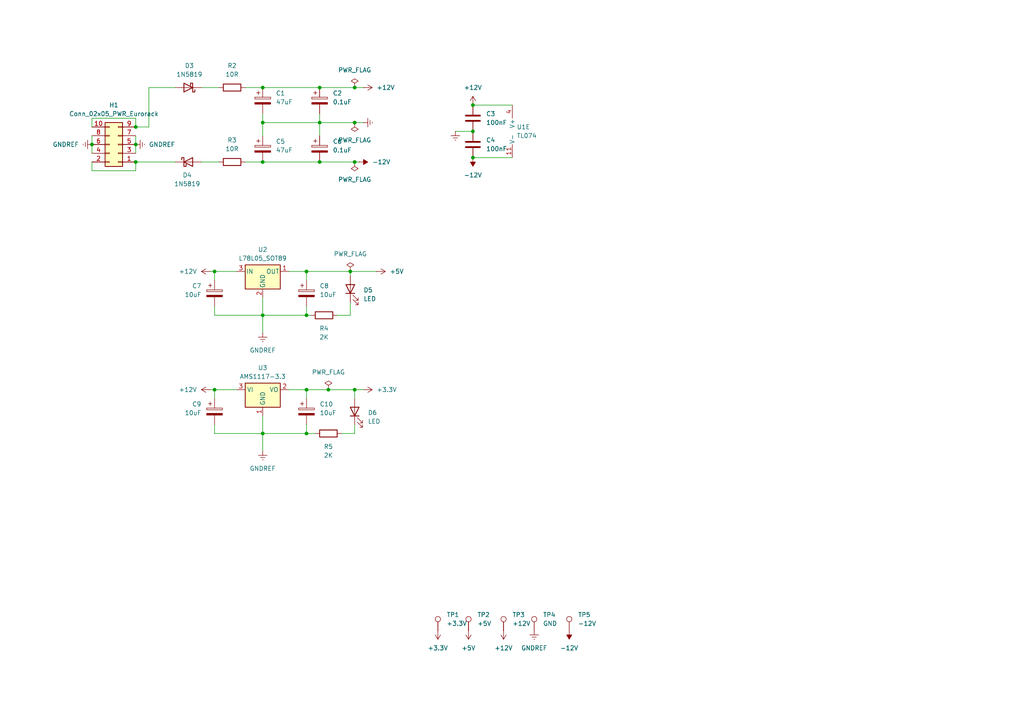
<source format=kicad_sch>
(kicad_sch (version 20231120) (generator "eeschema") (generator_version "8.0")
  (paper "A4")
  (lib_symbols
    (symbol "Amplifier_Operational:TL074" (pin_names (offset 0.127))
      (property "Reference" "U" (at 0 5.08 0))
      (property "Value" "TL074" (at 0 -5.08 0))
      (symbol "TL074_1_1"
        (polyline (pts (xy -5.08 5.08) (xy 5.08 0) (xy -5.08 -5.08) (xy -5.08 5.08)) (stroke (width 0.254)) (fill (type background)))
        (pin output line (at 7.62 0 180) (length 2.54) (name "~") (number "1"))
        (pin input line (at -7.62 -2.54 0) (length 2.54) (name "-") (number "2"))
        (pin input line (at -7.62 2.54 0) (length 2.54) (name "+") (number "3"))
      )
      (symbol "TL074_2_1"
        (polyline (pts (xy -5.08 5.08) (xy 5.08 0) (xy -5.08 -5.08) (xy -5.08 5.08)) (stroke (width 0.254)) (fill (type background)))
        (pin input line (at -7.62 2.54 0) (length 2.54) (name "+") (number "5"))
        (pin input line (at -7.62 -2.54 0) (length 2.54) (name "-") (number "6"))
        (pin output line (at 7.62 0 180) (length 2.54) (name "~") (number "7"))
      )
      (symbol "TL074_3_1"
        (polyline (pts (xy -5.08 5.08) (xy 5.08 0) (xy -5.08 -5.08) (xy -5.08 5.08)) (stroke (width 0.254)) (fill (type background)))
        (pin input line (at -7.62 2.54 0) (length 2.54) (name "+") (number "10"))
        (pin output line (at 7.62 0 180) (length 2.54) (name "~") (number "8"))
        (pin input line (at -7.62 -2.54 0) (length 2.54) (name "-") (number "9"))
      )
      (symbol "TL074_4_1"
        (polyline (pts (xy -5.08 5.08) (xy 5.08 0) (xy -5.08 -5.08) (xy -5.08 5.08)) (stroke (width 0.254)) (fill (type background)))
        (pin input line (at -7.62 2.54 0) (length 2.54) (name "+") (number "12"))
        (pin input line (at -7.62 -2.54 0) (length 2.54) (name "-") (number "13"))
        (pin output line (at 7.62 0 180) (length 2.54) (name "~") (number "14"))
      )
      (symbol "TL074_5_1"
        (pin power_in line (at -2.54 -7.62 90) (length 3.81) (name "V-") (number "11"))
        (pin power_in line (at -2.54 7.62 270) (length 3.81) (name "V+") (number "4"))
      )
    )
    (symbol "Connector:TestPoint" (pin_numbers hide) (pin_names (offset 0.762) hide)
      (property "Reference" "TP" (at 0 6.858 0))
      (property "Value" "TestPoint" (at 0 5.08 0))
      (symbol "TestPoint_0_1"
        (circle (center 0 3.302) (radius 0.762))
      )
      (symbol "TestPoint_1_1"
        (pin passive line (at 0 0 90) (length 2.54) (name "1") (number "1"))
      )
    )
    (symbol "Device:C" (pin_numbers hide) (pin_names (offset 0.254))
      (property "Reference" "C" (at 0.635 2.54 0))
      (property "Value" "C" (at 0.635 -2.54 0))
      (symbol "C_0_1"
        (polyline (pts (xy -2.032 -0.762) (xy 2.032 -0.762)) (stroke (width 0.508)))
        (polyline (pts (xy -2.032 0.762) (xy 2.032 0.762)) (stroke (width 0.508)))
      )
      (symbol "C_1_1"
        (pin passive line (at 0 3.81 270) (length 2.794) (name "~") (number "1"))
        (pin passive line (at 0 -3.81 90) (length 2.794) (name "~") (number "2"))
      )
    )
    (symbol "Device:C_Polarized" (pin_numbers hide) (pin_names (offset 0.254))
      (property "Reference" "C" (at 0.635 2.54 0))
      (property "Value" "C_Polarized" (at 0.635 -2.54 0))
      (symbol "C_Polarized_0_1"
        (rectangle (start -2.286 0.508) (end 2.286 1.016))
        (polyline (pts (xy -1.778 2.286) (xy -0.762 2.286)))
        (polyline (pts (xy -1.27 2.794) (xy -1.27 1.778)))
        (rectangle (start 2.286 -0.508) (end -2.286 -1.016) (fill (type outline)))
      )
      (symbol "C_Polarized_1_1"
        (pin passive line (at 0 3.81 270) (length 2.794) (name "~") (number "1"))
        (pin passive line (at 0 -3.81 90) (length 2.794) (name "~") (number "2"))
      )
    )
    (symbol "Device:LED" (pin_numbers hide) (pin_names (offset 1.016) hide)
      (property "Reference" "D" (at 0 2.54 0))
      (property "Value" "LED" (at 0 -2.54 0))
      (symbol "LED_0_1"
        (polyline (pts (xy -1.27 -1.27) (xy -1.27 1.27)) (stroke (width 0.254)))
        (polyline (pts (xy -1.27 0) (xy 1.27 0)))
        (polyline (pts (xy 1.27 -1.27) (xy 1.27 1.27) (xy -1.27 0) (xy 1.27 -1.27)) (stroke (width 0.254)))
        (polyline (pts (xy -3.048 -0.762) (xy -4.572 -2.286) (xy -3.81 -2.286) (xy -4.572 -2.286) (xy -4.572 -1.524)))
        (polyline (pts (xy -1.778 -0.762) (xy -3.302 -2.286) (xy -2.54 -2.286) (xy -3.302 -2.286) (xy -3.302 -1.524)))
      )
      (symbol "LED_1_1"
        (pin passive line (at -3.81 0 0) (length 2.54) (name "K") (number "1"))
        (pin passive line (at 3.81 0 180) (length 2.54) (name "A") (number "2"))
      )
    )
    (symbol "Device:R" (pin_numbers hide) (pin_names (offset 0))
      (property "Reference" "R" (at 2.032 0 90))
      (property "Value" "R" (at 0 0 90))
      (symbol "R_0_1"
        (rectangle (start -1.016 -2.54) (end 1.016 2.54) (stroke (width 0.254)))
      )
      (symbol "R_1_1"
        (pin passive line (at 0 3.81 270) (length 1.27) (name "~") (number "1"))
        (pin passive line (at 0 -3.81 90) (length 1.27) (name "~") (number "2"))
      )
    )
    (symbol "Diode:1N5817" (pin_numbers hide) (pin_names (offset 1.016) hide)
      (property "Reference" "D" (at 0 2.54 0))
      (property "Value" "1N5817" (at 0 -2.54 0))
      (symbol "1N5817_0_1"
        (polyline (pts (xy 1.27 0) (xy -1.27 0)))
        (polyline (pts (xy 1.27 1.27) (xy 1.27 -1.27) (xy -1.27 0) (xy 1.27 1.27)) (stroke (width 0.254)))
        (polyline (pts (xy -1.905 0.635) (xy -1.905 1.27) (xy -1.27 1.27) (xy -1.27 -1.27) (xy -0.635 -1.27) (xy -0.635 -0.635)) (stroke (width 0.254)))
      )
      (symbol "1N5817_1_1"
        (pin passive line (at -3.81 0 0) (length 2.54) (name "K") (number "1"))
        (pin passive line (at 3.81 0 180) (length 2.54) (name "A") (number "2"))
      )
    )
    (symbol "Regulator_Linear:AMS1117-3.3"
      (property "Reference" "U" (at -3.81 3.175 0))
      (property "Value" "AMS1117-3.3" (at 0 3.175 0))
      (symbol "AMS1117-3.3_0_1"
        (rectangle (start -5.08 -5.08) (end 5.08 1.905) (stroke (width 0.254)) (fill (type background)))
      )
      (symbol "AMS1117-3.3_1_1"
        (pin power_in line (at 0 -7.62 90) (length 2.54) (name "GND") (number "1"))
        (pin power_out line (at 7.62 0 180) (length 2.54) (name "VO") (number "2"))
        (pin power_in line (at -7.62 0 0) (length 2.54) (name "VI") (number "3"))
      )
    )
    (symbol "Regulator_Linear:L78L05_SOT89" (pin_names (offset 0.254))
      (property "Reference" "U" (at -3.81 3.175 0))
      (property "Value" "L78L05_SOT89" (at -0.635 3.175 0))
      (symbol "L78L05_SOT89_0_1"
        (rectangle (start -5.08 1.905) (end 5.08 -5.08) (stroke (width 0.254)) (fill (type background)))
      )
      (symbol "L78L05_SOT89_1_1"
        (pin power_out line (at 7.62 0 180) (length 2.54) (name "OUT") (number "1"))
        (pin power_in line (at 0 -7.62 90) (length 2.54) (name "GND") (number "2"))
        (pin power_in line (at -7.62 0 0) (length 2.54) (name "IN") (number "3"))
      )
    )
    (symbol "power:+12V" (power) (pin_numbers hide) (pin_names (offset 0) hide)
      (property "Value" "+12V" (at 0 3.556 0))
      (symbol "+12V_0_1"
        (polyline (pts (xy -0.762 1.27) (xy 0 2.54)))
        (polyline (pts (xy 0 0) (xy 0 2.54)))
        (polyline (pts (xy 0 2.54) (xy 0.762 1.27)))
      )
      (symbol "+12V_1_1"
        (pin power_in line (at 0 0 90) (length 0) (name "~") (number "1"))
      )
    )
    (symbol "power:+3.3V" (power) (pin_numbers hide) (pin_names (offset 0) hide)
      (property "Value" "+3.3V" (at 0 3.556 0))
      (symbol "+3.3V_0_1"
        (polyline (pts (xy -0.762 1.27) (xy 0 2.54)))
        (polyline (pts (xy 0 0) (xy 0 2.54)))
        (polyline (pts (xy 0 2.54) (xy 0.762 1.27)))
      )
      (symbol "+3.3V_1_1"
        (pin power_in line (at 0 0 90) (length 0) (name "~") (number "1"))
      )
    )
    (symbol "power:+5V" (power) (pin_numbers hide) (pin_names (offset 0) hide)
      (property "Value" "+5V" (at 0 3.556 0))
      (symbol "+5V_0_1"
        (polyline (pts (xy -0.762 1.27) (xy 0 2.54)))
        (polyline (pts (xy 0 0) (xy 0 2.54)))
        (polyline (pts (xy 0 2.54) (xy 0.762 1.27)))
      )
      (symbol "+5V_1_1"
        (pin power_in line (at 0 0 90) (length 0) (name "~") (number "1"))
      )
    )
    (symbol "power:-12V" (power) (pin_numbers hide) (pin_names (offset 0) hide)
      (property "Value" "-12V" (at 0 3.556 0))
      (symbol "-12V_0_0"
        (pin power_in line (at 0 0 90) (length 0) (name "~") (number "1"))
      )
      (symbol "-12V_0_1"
        (polyline (pts (xy 0 0) (xy 0 1.27) (xy 0.762 1.27) (xy 0 2.54) (xy -0.762 1.27) (xy 0 1.27)) (fill (type outline)))
      )
    )
    (symbol "power:GNDREF" (power) (pin_numbers hide) (pin_names (offset 0) hide)
      (property "Value" "GNDREF" (at 0 -3.81 0))
      (symbol "GNDREF_0_1"
        (polyline (pts (xy -0.635 -1.905) (xy 0.635 -1.905)))
        (polyline (pts (xy -0.127 -2.54) (xy 0.127 -2.54)))
        (polyline (pts (xy 0 -1.27) (xy 0 0)))
        (polyline (pts (xy 1.27 -1.27) (xy -1.27 -1.27)))
      )
      (symbol "GNDREF_1_1"
        (pin power_in line (at 0 0 270) (length 0) (name "~") (number "1"))
      )
    )
    (symbol "power:PWR_FLAG" (power) (pin_numbers hide) (pin_names (offset 0) hide)
      (property "Value" "PWR_FLAG" (at 0 3.81 0))
      (symbol "PWR_FLAG_0_0"
        (pin power_out line (at 0 0 90) (length 0) (name "~") (number "1"))
      )
      (symbol "PWR_FLAG_0_1"
        (polyline (pts (xy 0 0) (xy 0 1.27) (xy -1.016 1.905) (xy 0 2.54) (xy 1.016 1.905) (xy 0 1.27)))
      )
    )
    (symbol "synth:Conn_02x05_EuroRack_Power" (pin_names (offset 1.016) hide)
      (property "Reference" "H13" (at 0 -11.43 0))
      (property "Value" "Conn_02x05_PWR_Eurorack" (at 0 -8.89 0))
      (symbol "Conn_02x05_EuroRack_Power_1_1"
        (rectangle (start -2.54 -4.953) (end -1.27 -5.207) (stroke (width 0.1524)))
        (rectangle (start -2.54 -2.413) (end -1.27 -2.667) (stroke (width 0.1524)))
        (rectangle (start -2.54 0.127) (end -1.27 -0.127) (stroke (width 0.1524)))
        (rectangle (start -2.54 2.667) (end -1.27 2.413) (stroke (width 0.1524)))
        (rectangle (start -2.54 5.207) (end -1.27 4.953) (stroke (width 0.1524)))
        (rectangle (start -2.54 6.35) (end 2.54 -6.35) (stroke (width 0.254)) (fill (type background)))
        (rectangle (start 2.54 -4.953) (end 1.27 -5.207) (stroke (width 0.1524)))
        (rectangle (start 2.54 -2.413) (end 1.27 -2.667) (stroke (width 0.1524)))
        (rectangle (start 2.54 0.127) (end 1.27 -0.127) (stroke (width 0.1524)))
        (rectangle (start 2.54 2.667) (end 1.27 2.413) (stroke (width 0.1524)))
        (rectangle (start 2.54 5.207) (end 1.27 4.953) (stroke (width 0.1524)))
        (pin passive line (at -6.35 5.08 0) (length 3.81) (name "Pin_1") (number "1"))
        (pin passive line (at 6.35 -5.08 180) (length 3.81) (name "Pin_10") (number "10"))
        (pin passive line (at 6.35 5.08 180) (length 3.81) (name "Pin_2") (number "2"))
        (pin passive line (at -6.35 2.54 0) (length 3.81) (name "Pin_3") (number "3"))
        (pin passive line (at 6.35 2.54 180) (length 3.81) (name "Pin_4") (number "4"))
        (pin passive line (at -6.35 0 0) (length 3.81) (name "Pin_5") (number "5"))
        (pin passive line (at 6.35 0 180) (length 3.81) (name "Pin_6") (number "6"))
        (pin passive line (at -6.35 -2.54 0) (length 3.81) (name "Pin_7") (number "7"))
        (pin passive line (at 6.35 -2.54 180) (length 3.81) (name "Pin_8") (number "8"))
        (pin passive line (at -6.35 -5.08 0) (length 3.81) (name "Pin_9") (number "9"))
      )
    )
  )
  (junction (at 76.2 35.56))
  (junction (at 39.37 36.83))
  (junction (at 88.9 113.03))
  (junction (at 76.2 25.4))
  (junction (at 39.37 46.99))
  (junction (at 137.16 45.72))
  (junction (at 137.16 30.48))
  (junction (at 101.6 78.74))
  (junction (at 62.23 78.74))
  (junction (at 137.16 38.1))
  (junction (at 26.67 41.91))
  (junction (at 102.87 35.56))
  (junction (at 62.23 113.03))
  (junction (at 76.2 91.44))
  (junction (at 76.2 46.99))
  (junction (at 76.2 125.73))
  (junction (at 88.9 78.74))
  (junction (at 102.87 46.99))
  (junction (at 39.37 41.91))
  (junction (at 92.71 46.99))
  (junction (at 88.9 125.73))
  (junction (at 88.9 91.44))
  (junction (at 92.71 25.4))
  (junction (at 102.87 113.03))
  (junction (at 95.25 113.03))
  (junction (at 102.87 25.4))
  (junction (at 92.71 35.56))
  (wire (pts (xy 92.71 35.56) (xy 102.87 35.56)))
  (wire (pts (xy 43.18 25.4) (xy 43.18 36.83)))
  (wire (pts (xy 92.71 33.02) (xy 92.71 35.56)))
  (wire (pts (xy 92.71 46.99) (xy 102.87 46.99)))
  (wire (pts (xy 43.18 25.4) (xy 50.8 25.4)))
  (wire (pts (xy 102.87 35.56) (xy 105.41 35.56)))
  (wire (pts (xy 39.37 36.83) (xy 43.18 36.83)))
  (wire (pts (xy 95.25 113.03) (xy 102.87 113.03)))
  (wire (pts (xy 88.9 88.9) (xy 88.9 91.44)))
  (wire (pts (xy 26.67 41.91) (xy 26.67 44.45)))
  (wire (pts (xy 62.23 91.44) (xy 62.23 88.9)))
  (wire (pts (xy 92.71 25.4) (xy 102.87 25.4)))
  (wire (pts (xy 62.23 78.74) (xy 68.58 78.74)))
  (wire (pts (xy 62.23 115.57) (xy 62.23 113.03)))
  (wire (pts (xy 76.2 120.65) (xy 76.2 125.73)))
  (wire (pts (xy 137.16 45.72) (xy 148.59 45.72)))
  (wire (pts (xy 102.87 125.73) (xy 99.06 125.73)))
  (wire (pts (xy 26.67 34.29) (xy 26.67 36.83)))
  (wire (pts (xy 39.37 36.83) (xy 39.37 34.29)))
  (wire (pts (xy 39.37 41.91) (xy 39.37 44.45)))
  (wire (pts (xy 76.2 130.81) (xy 76.2 125.73)))
  (wire (pts (xy 76.2 33.02) (xy 76.2 35.56)))
  (wire (pts (xy 88.9 78.74) (xy 101.6 78.74)))
  (wire (pts (xy 76.2 35.56) (xy 92.71 35.56)))
  (wire (pts (xy 76.2 46.99) (xy 92.71 46.99)))
  (wire (pts (xy 58.42 46.99) (xy 63.5 46.99)))
  (wire (pts (xy 95.25 113.03) (xy 88.9 113.03)))
  (wire (pts (xy 102.87 123.19) (xy 102.87 125.73)))
  (wire (pts (xy 71.12 25.4) (xy 76.2 25.4)))
  (wire (pts (xy 105.41 113.03) (xy 102.87 113.03)))
  (wire (pts (xy 137.16 30.48) (xy 148.59 30.48)))
  (wire (pts (xy 39.37 46.99) (xy 50.8 46.99)))
  (wire (pts (xy 88.9 123.19) (xy 88.9 125.73)))
  (wire (pts (xy 88.9 78.74) (xy 83.82 78.74)))
  (wire (pts (xy 26.67 39.37) (xy 26.67 41.91)))
  (wire (pts (xy 62.23 91.44) (xy 76.2 91.44)))
  (wire (pts (xy 101.6 78.74) (xy 109.22 78.74)))
  (wire (pts (xy 88.9 115.57) (xy 88.9 113.03)))
  (wire (pts (xy 58.42 25.4) (xy 63.5 25.4)))
  (wire (pts (xy 76.2 25.4) (xy 92.71 25.4)))
  (wire (pts (xy 102.87 115.57) (xy 102.87 113.03)))
  (wire (pts (xy 76.2 91.44) (xy 88.9 91.44)))
  (wire (pts (xy 62.23 125.73) (xy 76.2 125.73)))
  (wire (pts (xy 88.9 81.28) (xy 88.9 78.74)))
  (wire (pts (xy 62.23 113.03) (xy 68.58 113.03)))
  (wire (pts (xy 39.37 34.29) (xy 26.67 34.29)))
  (wire (pts (xy 39.37 49.53) (xy 39.37 46.99)))
  (wire (pts (xy 102.87 46.99) (xy 104.14 46.99)))
  (wire (pts (xy 76.2 96.52) (xy 76.2 91.44)))
  (wire (pts (xy 88.9 113.03) (xy 83.82 113.03)))
  (wire (pts (xy 60.96 113.03) (xy 62.23 113.03)))
  (wire (pts (xy 101.6 80.01) (xy 101.6 78.74)))
  (wire (pts (xy 26.67 46.99) (xy 26.67 49.53)))
  (wire (pts (xy 39.37 39.37) (xy 39.37 41.91)))
  (wire (pts (xy 62.23 125.73) (xy 62.23 123.19)))
  (wire (pts (xy 92.71 35.56) (xy 92.71 39.37)))
  (wire (pts (xy 26.67 49.53) (xy 39.37 49.53)))
  (wire (pts (xy 88.9 125.73) (xy 91.44 125.73)))
  (wire (pts (xy 101.6 87.63) (xy 101.6 91.44)))
  (wire (pts (xy 76.2 125.73) (xy 88.9 125.73)))
  (wire (pts (xy 71.12 46.99) (xy 76.2 46.99)))
  (wire (pts (xy 132.08 38.1) (xy 137.16 38.1)))
  (wire (pts (xy 60.96 78.74) (xy 62.23 78.74)))
  (wire (pts (xy 62.23 81.28) (xy 62.23 78.74)))
  (wire (pts (xy 101.6 91.44) (xy 97.79 91.44)))
  (wire (pts (xy 76.2 35.56) (xy 76.2 39.37)))
  (wire (pts (xy 90.17 91.44) (xy 88.9 91.44)))
  (wire (pts (xy 76.2 86.36) (xy 76.2 91.44)))
  (wire (pts (xy 102.87 25.4) (xy 105.41 25.4)))
  (symbol (lib_id "power:PWR_FLAG") (at 102.87 25.4 0) (unit 1)
    (property "Reference" "#FLG01" (effects (hide yes)))
    (property "Value" "PWR_FLAG" (at 102.87 20.32 0))
    (property "Description" "Special symbol for telling ERC where power comes from" (effects (hide yes)))
  )
  (symbol (lib_id "Device:LED") (at 102.87 119.38 90) (unit 1)
    (property "Reference" "D6" (at 106.68 119.6974 90) (effects (justify right)))
    (property "Value" "LED" (at 106.68 122.2374 90) (effects (justify right)))
    (property "Footprint" "LED_SMD:LED_0805_2012Metric_Pad1.15x1.40mm_HandSolder" (effects (hide yes)))
    (property "Description" "Light emitting diode" (effects (hide yes)))
  )
  (symbol (lib_id "power:GNDREF") (at 76.2 130.81 0) (unit 1)
    (property "Reference" "#PWR028" (effects (hide yes)))
    (property "Value" "GNDREF" (at 76.2 135.89 0))
    (property "Description" "Power symbol creates a global label with name \"GNDREF\" , reference supply ground" (effects (hide yes)))
  )
  (symbol (lib_id "power:PWR_FLAG") (at 101.6 78.74 0) (unit 1)
    (property "Reference" "#FLG04" (effects (hide yes)))
    (property "Value" "PWR_FLAG" (at 101.6 73.66 0))
    (property "Description" "Special symbol for telling ERC where power comes from" (effects (hide yes)))
  )
  (symbol (lib_id "power:PWR_FLAG") (at 102.87 35.56 180) (unit 1)
    (property "Reference" "#FLG02" (effects (hide yes)))
    (property "Value" "PWR_FLAG" (at 102.87 40.64 0))
    (property "Description" "Special symbol for telling ERC where power comes from" (effects (hide yes)))
  )
  (symbol (lib_id "Device:C_Polarized") (at 62.23 85.09 0) (unit 1)
    (property "Reference" "C7" (at 58.42 82.9309 0) (effects (justify right)))
    (property "Value" "10uF" (at 58.42 85.4709 0) (effects (justify right)))
    (property "Footprint" "Capacitor_THT:CP_Radial_D4.0mm_P2.00mm" (effects (hide yes)))
    (property "Description" "Polarized capacitor" (effects (hide yes)))
  )
  (symbol (lib_id "power:GNDREF") (at 105.41 35.56 90) (unit 1)
    (property "Reference" "#PWR017" (effects (hide yes)))
    (property "Value" "GNDREF" (effects (hide yes)))
    (property "Description" "Power symbol creates a global label with name \"GNDREF\" , reference supply ground" (effects (hide yes)))
  )
  (symbol (lib_id "Connector:TestPoint") (at 165.1 182.88 0) (unit 1) (exclude_from_sim yes) (in_bom no)
    (property "Reference" "TP5" (at 167.64 178.3079 0) (effects (justify left)))
    (property "Value" "-12V" (at 167.64 180.8479 0) (effects (justify left)))
    (property "Footprint" "Connector_Pin:Pin_D1.0mm_L10.0mm" (effects (hide yes)))
    (property "Description" "test point" (effects (hide yes)))
  )
  (symbol (lib_id "power:+12V") (at 60.96 113.03 90) (unit 1)
    (property "Reference" "#PWR026" (effects (hide yes)))
    (property "Value" "+12V" (at 57.15 113.0299 90) (effects (justify left)))
    (property "Description" "Power symbol creates a global label with name \"+12V\"" (effects (hide yes)))
  )
  (symbol (lib_id "Device:C_Polarized") (at 88.9 85.09 0) (unit 1)
    (property "Reference" "C8" (at 92.71 82.9309 0) (effects (justify left)))
    (property "Value" "10uF" (at 92.71 85.4709 0) (effects (justify left)))
    (property "Footprint" "Capacitor_THT:CP_Radial_D4.0mm_P2.00mm" (effects (hide yes)))
    (property "Description" "Polarized capacitor" (effects (hide yes)))
  )
  (symbol (lib_id "Device:C_Polarized") (at 92.71 29.21 0) (unit 1)
    (property "Reference" "C2" (at 96.52 27.0509 0) (effects (justify left)))
    (property "Value" "0.1uF" (at 96.52 29.5909 0) (effects (justify left)))
    (property "Footprint" "Capacitor_THT:CP_Radial_D4.0mm_P2.00mm" (effects (hide yes)))
    (property "Description" "Polarized capacitor" (effects (hide yes)))
  )
  (symbol (lib_id "Device:R") (at 67.31 46.99 90) (unit 1)
    (property "Reference" "R3" (at 67.31 40.64 90))
    (property "Value" "10R" (at 67.31 43.18 90))
    (property "Footprint" "Resistor_SMD:R_0805_2012Metric_Pad1.20x1.40mm_HandSolder" (effects (hide yes)))
    (property "Description" "Resistor" (effects (hide yes)))
  )
  (symbol (lib_id "Device:R") (at 93.98 91.44 90) (unit 1)
    (property "Reference" "R4" (at 93.98 95.25 90))
    (property "Value" "2K" (at 93.98 97.79 90))
    (property "Footprint" "Resistor_SMD:R_0805_2012Metric_Pad1.20x1.40mm_HandSolder" (effects (hide yes)))
    (property "Description" "Resistor" (effects (hide yes)))
  )
  (symbol (lib_id "power:-12V") (at 165.1 182.88 180) (unit 1)
    (property "Reference" "#PWR033" (effects (hide yes)))
    (property "Value" "-12V" (at 165.1 187.96 0))
    (property "Description" "Power symbol creates a global label with name \"-12V\"" (effects (hide yes)))
  )
  (symbol (lib_id "Device:C_Polarized") (at 62.23 119.38 0) (unit 1)
    (property "Reference" "C9" (at 58.42 117.2209 0) (effects (justify right)))
    (property "Value" "10uF" (at 58.42 119.7609 0) (effects (justify right)))
    (property "Footprint" "Capacitor_THT:CP_Radial_D4.0mm_P2.00mm" (effects (hide yes)))
    (property "Description" "Polarized capacitor" (effects (hide yes)))
  )
  (symbol (lib_id "Connector:TestPoint") (at 154.94 182.88 0) (unit 1) (exclude_from_sim yes) (in_bom no)
    (property "Reference" "TP4" (at 157.48 178.3079 0) (effects (justify left)))
    (property "Value" "GND" (at 157.48 180.8479 0) (effects (justify left)))
    (property "Footprint" "Connector_Pin:Pin_D1.0mm_L10.0mm" (effects (hide yes)))
    (property "Description" "test point" (effects (hide yes)))
  )
  (symbol (lib_id "Connector:TestPoint") (at 135.89 182.88 0) (unit 1) (exclude_from_sim yes) (in_bom no)
    (property "Reference" "TP2" (at 138.43 178.3079 0) (effects (justify left)))
    (property "Value" "+5V" (at 138.43 180.8479 0) (effects (justify left)))
    (property "Footprint" "Connector_Pin:Pin_D1.0mm_L10.0mm" (effects (hide yes)))
    (property "Description" "test point" (effects (hide yes)))
  )
  (symbol (lib_id "Device:R") (at 95.25 125.73 90) (unit 1)
    (property "Reference" "R5" (at 95.25 129.54 90))
    (property "Value" "2K" (at 95.25 132.08 90))
    (property "Footprint" "Resistor_SMD:R_0805_2012Metric_Pad1.20x1.40mm_HandSolder" (effects (hide yes)))
    (property "Description" "Resistor" (effects (hide yes)))
  )
  (symbol (lib_id "power:GNDREF") (at 39.37 41.91 90) (unit 1)
    (property "Reference" "#PWR020" (effects (hide yes)))
    (property "Value" "GNDREF" (at 43.18 41.9099 90) (effects (justify right)))
    (property "Description" "Power symbol creates a global label with name \"GNDREF\" , reference supply ground" (effects (hide yes)))
  )
  (symbol (lib_id "power:GNDREF") (at 76.2 96.52 0) (unit 1)
    (property "Reference" "#PWR025" (effects (hide yes)))
    (property "Value" "GNDREF" (at 76.2 101.6 0))
    (property "Description" "Power symbol creates a global label with name \"GNDREF\" , reference supply ground" (effects (hide yes)))
  )
  (symbol (lib_id "Device:C_Polarized") (at 92.71 43.18 0) (unit 1)
    (property "Reference" "C6" (at 96.52 41.0209 0) (effects (justify left)))
    (property "Value" "0.1uF" (at 96.52 43.5609 0) (effects (justify left)))
    (property "Footprint" "Capacitor_THT:CP_Radial_D4.0mm_P2.00mm" (effects (hide yes)))
    (property "Description" "Polarized capacitor" (effects (hide yes)))
  )
  (symbol (lib_id "Diode:1N5817") (at 54.61 46.99 0) (unit 1)
    (property "Reference" "D4" (at 54.2925 50.8 0))
    (property "Value" "1N5819" (at 54.2925 53.34 0))
    (property "Footprint" "Diode_SMD:D_SOD-123" (effects (hide yes)))
    (property "Datasheet" "http://www.vishay.com/docs/88525/1n5817.pdf" (effects (hide yes)))
    (property "Description" "20V 1A Schottky Barrier Rectifier Diode, DO-41" (effects (hide yes)))
  )
  (symbol (lib_id "power:GNDREF") (at 26.67 41.91 270) (unit 1)
    (property "Reference" "#PWR019" (effects (hide yes)))
    (property "Value" "GNDREF" (at 22.86 41.9099 90) (effects (justify right)))
    (property "Description" "Power symbol creates a global label with name \"GNDREF\" , reference supply ground" (effects (hide yes)))
  )
  (symbol (lib_id "power:+12V") (at 105.41 25.4 270) (unit 1)
    (property "Reference" "#PWR015" (effects (hide yes)))
    (property "Value" "+12V" (at 109.22 25.3999 90) (effects (justify left)))
    (property "Description" "Power symbol creates a global label with name \"+12V\"" (effects (hide yes)))
  )
  (symbol (lib_id "power:-12V") (at 104.14 46.99 270) (unit 1)
    (property "Reference" "#PWR022" (effects (hide yes)))
    (property "Value" "-12V" (at 107.95 46.9899 90) (effects (justify left)))
    (property "Description" "Power symbol creates a global label with name \"-12V\"" (effects (hide yes)))
  )
  (symbol (lib_id "Connector:TestPoint") (at 146.05 182.88 0) (unit 1) (exclude_from_sim yes) (in_bom no)
    (property "Reference" "TP3" (at 148.59 178.3079 0) (effects (justify left)))
    (property "Value" "+12V" (at 148.59 180.8479 0) (effects (justify left)))
    (property "Footprint" "Connector_Pin:Pin_D1.0mm_L10.0mm" (effects (hide yes)))
    (property "Description" "test point" (effects (hide yes)))
  )
  (symbol (lib_id "power:-12V") (at 137.16 45.72 180) (unit 1)
    (property "Reference" "#PWR021" (effects (hide yes)))
    (property "Value" "-12V" (at 137.16 50.8 0))
    (property "Description" "Power symbol creates a global label with name \"-12V\"" (effects (hide yes)))
  )
  (symbol (lib_id "Device:C") (at 137.16 34.29 0) (unit 1)
    (property "Reference" "C3" (at 140.97 33.0199 0) (effects (justify left)))
    (property "Value" "100nF" (at 140.97 35.5599 0) (effects (justify left)))
    (property "Footprint" "Capacitor_SMD:C_0805_2012Metric_Pad1.18x1.45mm_HandSolder" (effects (hide yes)))
    (property "Description" "Unpolarized capacitor" (effects (hide yes)))
  )
  (symbol (lib_id "Device:C") (at 137.16 41.91 0) (unit 1)
    (property "Reference" "C4" (at 140.97 40.6399 0) (effects (justify left)))
    (property "Value" "100nF" (at 140.97 43.1799 0) (effects (justify left)))
    (property "Footprint" "Capacitor_SMD:C_0805_2012Metric_Pad1.18x1.45mm_HandSolder" (effects (hide yes)))
    (property "Description" "Unpolarized capacitor" (effects (hide yes)))
  )
  (symbol (lib_id "power:GNDREF") (at 154.94 182.88 0) (unit 1)
    (property "Reference" "#PWR032" (effects (hide yes)))
    (property "Value" "GNDREF" (at 154.94 187.96 0))
    (property "Description" "Power symbol creates a global label with name \"GNDREF\" , reference supply ground" (effects (hide yes)))
  )
  (symbol (lib_id "power:+3.3V") (at 127 182.88 180) (unit 1)
    (property "Reference" "#PWR029" (effects (hide yes)))
    (property "Value" "+3.3V" (at 127 187.96 0))
    (property "Description" "Power symbol creates a global label with name \"+3.3V\"" (effects (hide yes)))
  )
  (symbol (lib_id "Regulator_Linear:AMS1117-3.3") (at 76.2 113.03 0) (unit 1)
    (property "Reference" "U3" (at 76.2 106.68 0))
    (property "Value" "AMS1117-3.3" (at 76.2 109.22 0))
    (property "Footprint" "Package_TO_SOT_SMD:SOT-223-3_TabPin2" (effects (hide yes)))
    (property "Datasheet" "http://www.advanced-monolithic.com/pdf/ds1117.pdf" (effects (hide yes)))
    (property "Description" "1A Low Dropout regulator, positive, 3.3V fixed output, SOT-223" (effects (hide yes)))
  )
  (symbol (lib_id "Amplifier_Operational:TL074") (at 151.13 38.1 0) (unit 5)
    (property "Reference" "U1" (at 149.86 36.8299 0) (effects (justify left)))
    (property "Value" "TL074" (at 149.86 39.3699 0) (effects (justify left)))
    (property "Footprint" "Synth:SOIC-14" (effects (hide yes)))
    (property "Datasheet" "http://www.ti.com/lit/ds/symlink/tl071.pdf" (effects (hide yes)))
    (property "Description" "Quad Low-Noise JFET-Input Operational Amplifiers, DIP-14/SOIC-14" (effects (hide yes)))
  )
  (symbol (lib_id "Connector:TestPoint") (at 127 182.88 0) (unit 1) (exclude_from_sim yes) (in_bom no)
    (property "Reference" "TP1" (at 129.54 178.3079 0) (effects (justify left)))
    (property "Value" "+3.3V" (at 129.54 180.8479 0) (effects (justify left)))
    (property "Footprint" "Connector_Pin:Pin_D1.0mm_L10.0mm" (effects (hide yes)))
    (property "Description" "test point" (effects (hide yes)))
  )
  (symbol (lib_id "Device:C_Polarized") (at 88.9 119.38 0) (unit 1)
    (property "Reference" "C10" (at 92.71 117.2209 0) (effects (justify left)))
    (property "Value" "10uF" (at 92.71 119.7609 0) (effects (justify left)))
    (property "Footprint" "Capacitor_THT:CP_Radial_D4.0mm_P2.00mm" (effects (hide yes)))
    (property "Description" "Polarized capacitor" (effects (hide yes)))
  )
  (symbol (lib_id "power:PWR_FLAG") (at 95.25 113.03 0) (unit 1)
    (property "Reference" "#FLG05" (effects (hide yes)))
    (property "Value" "PWR_FLAG" (at 95.25 107.95 0))
    (property "Description" "Special symbol for telling ERC where power comes from" (effects (hide yes)))
  )
  (symbol (lib_id "power:+12V") (at 146.05 182.88 180) (unit 1)
    (property "Reference" "#PWR031" (effects (hide yes)))
    (property "Value" "+12V" (at 146.05 187.96 0))
    (property "Description" "Power symbol creates a global label with name \"+12V\"" (effects (hide yes)))
  )
  (symbol (lib_id "Device:LED") (at 101.6 83.82 90) (unit 1)
    (property "Reference" "D5" (at 105.41 84.1374 90) (effects (justify right)))
    (property "Value" "LED" (at 105.41 86.6774 90) (effects (justify right)))
    (property "Footprint" "LED_SMD:LED_0805_2012Metric_Pad1.15x1.40mm_HandSolder" (effects (hide yes)))
    (property "Description" "Light emitting diode" (effects (hide yes)))
  )
  (symbol (lib_id "Diode:1N5817") (at 54.61 25.4 180) (unit 1)
    (property "Reference" "D3" (at 54.9275 19.05 0))
    (property "Value" "1N5819" (at 54.9275 21.59 0))
    (property "Footprint" "Diode_SMD:D_SOD-123" (effects (hide yes)))
    (property "Datasheet" "http://www.vishay.com/docs/88525/1n5817.pdf" (effects (hide yes)))
    (property "Description" "20V 1A Schottky Barrier Rectifier Diode, DO-41" (effects (hide yes)))
  )
  (symbol (lib_id "Device:R") (at 67.31 25.4 90) (unit 1)
    (property "Reference" "R2" (at 67.31 19.05 90))
    (property "Value" "10R" (at 67.31 21.59 90))
    (property "Footprint" "Resistor_SMD:R_0805_2012Metric_Pad1.20x1.40mm_HandSolder" (effects (hide yes)))
    (property "Description" "Resistor" (effects (hide yes)))
  )
  (symbol (lib_id "power:+12V") (at 60.96 78.74 90) (unit 1)
    (property "Reference" "#PWR023" (effects (hide yes)))
    (property "Value" "+12V" (at 57.15 78.7399 90) (effects (justify left)))
    (property "Description" "Power symbol creates a global label with name \"+12V\"" (effects (hide yes)))
  )
  (symbol (lib_id "power:+3.3V") (at 105.41 113.03 270) (unit 1)
    (property "Reference" "#PWR027" (effects (hide yes)))
    (property "Value" "+3.3V" (at 109.22 113.0299 90) (effects (justify left)))
    (property "Description" "Power symbol creates a global label with name \"+3.3V\"" (effects (hide yes)))
  )
  (symbol (lib_id "power:GNDREF") (at 132.08 38.1 0) (unit 1)
    (property "Reference" "#PWR018" (effects (hide yes)))
    (property "Value" "GNDREF" (effects (hide yes)))
    (property "Description" "Power symbol creates a global label with name \"GNDREF\" , reference supply ground" (effects (hide yes)))
  )
  (symbol (lib_id "synth:Conn_02x05_EuroRack_Power") (at 33.02 41.91 180) (unit 1)
    (property "Reference" "H1" (at 33.02 30.48 0))
    (property "Value" "Conn_02x05_PWR_Eurorack" (at 33.02 33.02 0))
    (property "Footprint" "Synth:IDC-Header_2x05_P2.54mm_Vertical" (effects (hide yes)))
  )
  (symbol (lib_id "power:+5V") (at 135.89 182.88 180) (unit 1)
    (property "Reference" "#PWR030" (effects (hide yes)))
    (property "Value" "+5V" (at 135.89 187.96 0))
    (property "Description" "Power symbol creates a global label with name \"+5V\"" (effects (hide yes)))
  )
  (symbol (lib_id "power:PWR_FLAG") (at 102.87 46.99 180) (unit 1)
    (property "Reference" "#FLG03" (effects (hide yes)))
    (property "Value" "PWR_FLAG" (at 102.87 52.07 0))
    (property "Description" "Special symbol for telling ERC where power comes from" (effects (hide yes)))
  )
  (symbol (lib_id "power:+5V") (at 109.22 78.74 270) (unit 1)
    (property "Reference" "#PWR024" (effects (hide yes)))
    (property "Value" "+5V" (at 113.03 78.7399 90) (effects (justify left)))
    (property "Description" "Power symbol creates a global label with name \"+5V\"" (effects (hide yes)))
  )
  (symbol (lib_id "Regulator_Linear:L78L05_SOT89") (at 76.2 78.74 0) (unit 1)
    (property "Reference" "U2" (at 76.2 72.39 0))
    (property "Value" "L78L05_SOT89" (at 76.2 74.93 0))
    (property "Footprint" "Package_TO_SOT_SMD:SOT-89-3_Handsoldering" (effects (hide yes)))
    (property "Datasheet" "http://www.st.com/content/ccc/resource/technical/document/datasheet/15/55/e5/aa/23/5b/43/fd/CD00000446.pdf/files/CD00000446.pdf/jcr:content/translations/en.CD00000446.pdf" (effects (hide yes)))
    (property "Description" "Positive 100mA 30V Linear Regulator, Fixed Output 5V, SOT-89" (effects (hide yes)))
  )
  (symbol (lib_id "power:+12V") (at 137.16 30.48 0) (unit 1)
    (property "Reference" "#PWR016" (effects (hide yes)))
    (property "Value" "+12V" (at 137.16 25.4 0))
    (property "Description" "Power symbol creates a global label with name \"+12V\"" (effects (hide yes)))
  )
  (symbol (lib_id "Device:C_Polarized") (at 76.2 43.18 0) (unit 1)
    (property "Reference" "C5" (at 80.01 41.0209 0) (effects (justify left)))
    (property "Value" "47uF" (at 80.01 43.5609 0) (effects (justify left)))
    (property "Footprint" "Capacitor_THT:CP_Radial_D6.3mm_P2.50mm" (effects (hide yes)))
    (property "Description" "Polarized capacitor" (effects (hide yes)))
  )
  (symbol (lib_id "Device:C_Polarized") (at 76.2 29.21 0) (unit 1)
    (property "Reference" "C1" (at 80.01 27.0509 0) (effects (justify left)))
    (property "Value" "47uF" (at 80.01 29.5909 0) (effects (justify left)))
    (property "Footprint" "Capacitor_THT:CP_Radial_D6.3mm_P2.50mm" (effects (hide yes)))
    (property "Description" "Polarized capacitor" (effects (hide yes)))
  )
)
</source>
